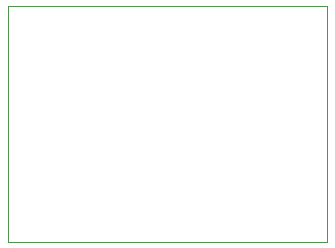
<source format=gbr>
%TF.GenerationSoftware,KiCad,Pcbnew,8.0.1*%
%TF.CreationDate,2024-04-20T10:16:12+12:00*%
%TF.ProjectId,thumb-hat,7468756d-622d-4686-9174-2e6b69636164,rev?*%
%TF.SameCoordinates,Original*%
%TF.FileFunction,Profile,NP*%
%FSLAX46Y46*%
G04 Gerber Fmt 4.6, Leading zero omitted, Abs format (unit mm)*
G04 Created by KiCad (PCBNEW 8.0.1) date 2024-04-20 10:16:12*
%MOMM*%
%LPD*%
G01*
G04 APERTURE LIST*
%TA.AperFunction,Profile*%
%ADD10C,0.050000*%
%TD*%
G04 APERTURE END LIST*
D10*
X118000000Y-83300000D02*
X145000000Y-83300000D01*
X145000000Y-103300000D01*
X118000000Y-103300000D01*
X118000000Y-83300000D01*
M02*

</source>
